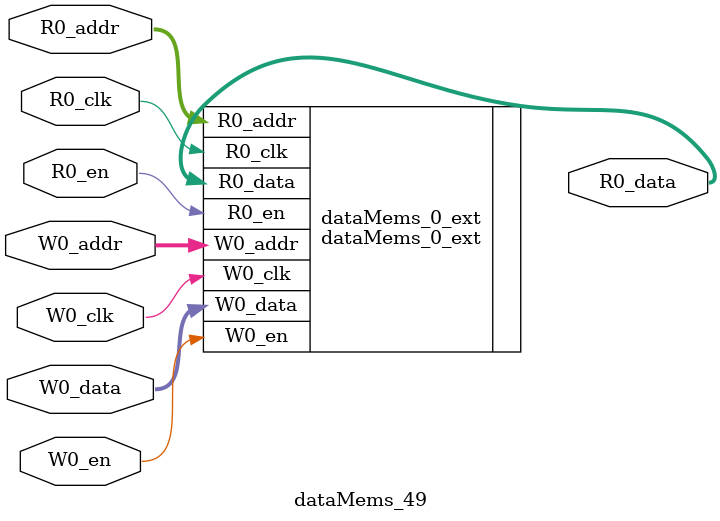
<source format=sv>
`ifndef RANDOMIZE
  `ifdef RANDOMIZE_REG_INIT
    `define RANDOMIZE
  `endif // RANDOMIZE_REG_INIT
`endif // not def RANDOMIZE
`ifndef RANDOMIZE
  `ifdef RANDOMIZE_MEM_INIT
    `define RANDOMIZE
  `endif // RANDOMIZE_MEM_INIT
`endif // not def RANDOMIZE

`ifndef RANDOM
  `define RANDOM $random
`endif // not def RANDOM

// Users can define 'PRINTF_COND' to add an extra gate to prints.
`ifndef PRINTF_COND_
  `ifdef PRINTF_COND
    `define PRINTF_COND_ (`PRINTF_COND)
  `else  // PRINTF_COND
    `define PRINTF_COND_ 1
  `endif // PRINTF_COND
`endif // not def PRINTF_COND_

// Users can define 'ASSERT_VERBOSE_COND' to add an extra gate to assert error printing.
`ifndef ASSERT_VERBOSE_COND_
  `ifdef ASSERT_VERBOSE_COND
    `define ASSERT_VERBOSE_COND_ (`ASSERT_VERBOSE_COND)
  `else  // ASSERT_VERBOSE_COND
    `define ASSERT_VERBOSE_COND_ 1
  `endif // ASSERT_VERBOSE_COND
`endif // not def ASSERT_VERBOSE_COND_

// Users can define 'STOP_COND' to add an extra gate to stop conditions.
`ifndef STOP_COND_
  `ifdef STOP_COND
    `define STOP_COND_ (`STOP_COND)
  `else  // STOP_COND
    `define STOP_COND_ 1
  `endif // STOP_COND
`endif // not def STOP_COND_

// Users can define INIT_RANDOM as general code that gets injected into the
// initializer block for modules with registers.
`ifndef INIT_RANDOM
  `define INIT_RANDOM
`endif // not def INIT_RANDOM

// If using random initialization, you can also define RANDOMIZE_DELAY to
// customize the delay used, otherwise 0.002 is used.
`ifndef RANDOMIZE_DELAY
  `define RANDOMIZE_DELAY 0.002
`endif // not def RANDOMIZE_DELAY

// Define INIT_RANDOM_PROLOG_ for use in our modules below.
`ifndef INIT_RANDOM_PROLOG_
  `ifdef RANDOMIZE
    `ifdef VERILATOR
      `define INIT_RANDOM_PROLOG_ `INIT_RANDOM
    `else  // VERILATOR
      `define INIT_RANDOM_PROLOG_ `INIT_RANDOM #`RANDOMIZE_DELAY begin end
    `endif // VERILATOR
  `else  // RANDOMIZE
    `define INIT_RANDOM_PROLOG_
  `endif // RANDOMIZE
`endif // not def INIT_RANDOM_PROLOG_

// Include register initializers in init blocks unless synthesis is set
`ifndef SYNTHESIS
  `ifndef ENABLE_INITIAL_REG_
    `define ENABLE_INITIAL_REG_
  `endif // not def ENABLE_INITIAL_REG_
`endif // not def SYNTHESIS

// Include rmemory initializers in init blocks unless synthesis is set
`ifndef SYNTHESIS
  `ifndef ENABLE_INITIAL_MEM_
    `define ENABLE_INITIAL_MEM_
  `endif // not def ENABLE_INITIAL_MEM_
`endif // not def SYNTHESIS

module dataMems_49(	// @[generators/ara/src/main/scala/UnsafeAXI4ToTL.scala:365:62]
  input  [4:0]   R0_addr,
  input          R0_en,
  input          R0_clk,
  output [514:0] R0_data,
  input  [4:0]   W0_addr,
  input          W0_en,
  input          W0_clk,
  input  [514:0] W0_data
);

  dataMems_0_ext dataMems_0_ext (	// @[generators/ara/src/main/scala/UnsafeAXI4ToTL.scala:365:62]
    .R0_addr (R0_addr),
    .R0_en   (R0_en),
    .R0_clk  (R0_clk),
    .R0_data (R0_data),
    .W0_addr (W0_addr),
    .W0_en   (W0_en),
    .W0_clk  (W0_clk),
    .W0_data (W0_data)
  );
endmodule


</source>
